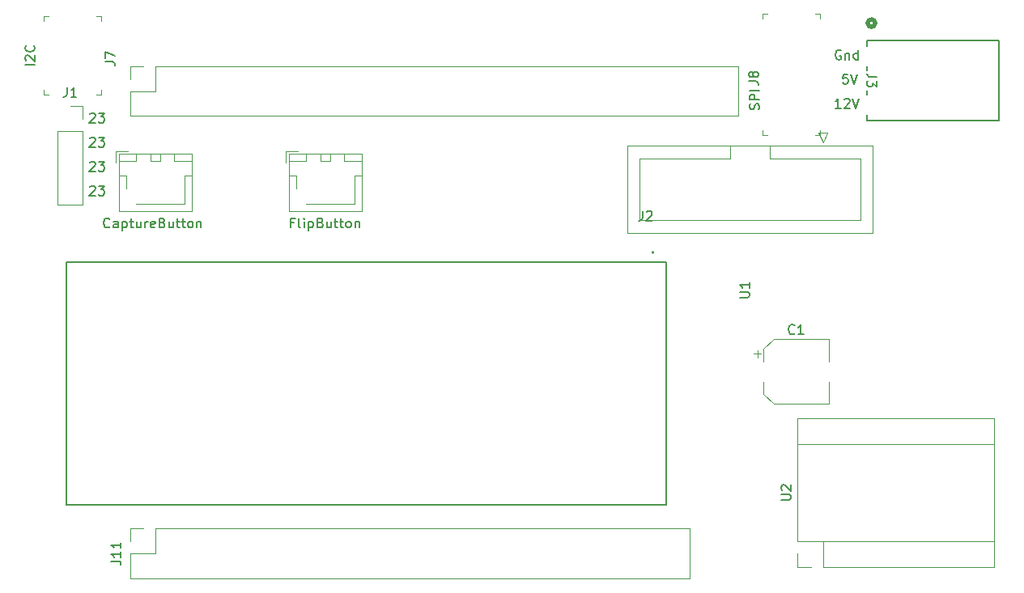
<source format=gbr>
%TF.GenerationSoftware,KiCad,Pcbnew,8.0.5*%
%TF.CreationDate,2024-10-09T10:19:28-04:00*%
%TF.ProjectId,Scout_Board,53636f75-745f-4426-9f61-72642e6b6963,rev?*%
%TF.SameCoordinates,Original*%
%TF.FileFunction,Legend,Top*%
%TF.FilePolarity,Positive*%
%FSLAX46Y46*%
G04 Gerber Fmt 4.6, Leading zero omitted, Abs format (unit mm)*
G04 Created by KiCad (PCBNEW 8.0.5) date 2024-10-09 10:19:28*
%MOMM*%
%LPD*%
G01*
G04 APERTURE LIST*
%ADD10C,0.150000*%
%ADD11C,0.120000*%
%ADD12C,0.100000*%
%ADD13C,0.152400*%
%ADD14C,0.508000*%
%ADD15C,0.127000*%
%ADD16C,0.200000*%
G04 APERTURE END LIST*
D10*
X172247160Y-145777057D02*
X172294779Y-145729438D01*
X172294779Y-145729438D02*
X172390017Y-145681819D01*
X172390017Y-145681819D02*
X172628112Y-145681819D01*
X172628112Y-145681819D02*
X172723350Y-145729438D01*
X172723350Y-145729438D02*
X172770969Y-145777057D01*
X172770969Y-145777057D02*
X172818588Y-145872295D01*
X172818588Y-145872295D02*
X172818588Y-145967533D01*
X172818588Y-145967533D02*
X172770969Y-146110390D01*
X172770969Y-146110390D02*
X172199541Y-146681819D01*
X172199541Y-146681819D02*
X172818588Y-146681819D01*
X173151922Y-145681819D02*
X173770969Y-145681819D01*
X173770969Y-145681819D02*
X173437636Y-146062771D01*
X173437636Y-146062771D02*
X173580493Y-146062771D01*
X173580493Y-146062771D02*
X173675731Y-146110390D01*
X173675731Y-146110390D02*
X173723350Y-146158009D01*
X173723350Y-146158009D02*
X173770969Y-146253247D01*
X173770969Y-146253247D02*
X173770969Y-146491342D01*
X173770969Y-146491342D02*
X173723350Y-146586580D01*
X173723350Y-146586580D02*
X173675731Y-146634200D01*
X173675731Y-146634200D02*
X173580493Y-146681819D01*
X173580493Y-146681819D02*
X173294779Y-146681819D01*
X173294779Y-146681819D02*
X173199541Y-146634200D01*
X173199541Y-146634200D02*
X173151922Y-146586580D01*
X251510969Y-133997819D02*
X251034779Y-133997819D01*
X251034779Y-133997819D02*
X250987160Y-134474009D01*
X250987160Y-134474009D02*
X251034779Y-134426390D01*
X251034779Y-134426390D02*
X251130017Y-134378771D01*
X251130017Y-134378771D02*
X251368112Y-134378771D01*
X251368112Y-134378771D02*
X251463350Y-134426390D01*
X251463350Y-134426390D02*
X251510969Y-134474009D01*
X251510969Y-134474009D02*
X251558588Y-134569247D01*
X251558588Y-134569247D02*
X251558588Y-134807342D01*
X251558588Y-134807342D02*
X251510969Y-134902580D01*
X251510969Y-134902580D02*
X251463350Y-134950200D01*
X251463350Y-134950200D02*
X251368112Y-134997819D01*
X251368112Y-134997819D02*
X251130017Y-134997819D01*
X251130017Y-134997819D02*
X251034779Y-134950200D01*
X251034779Y-134950200D02*
X250987160Y-134902580D01*
X251844303Y-133997819D02*
X252177636Y-134997819D01*
X252177636Y-134997819D02*
X252510969Y-133997819D01*
X250796588Y-131505438D02*
X250701350Y-131457819D01*
X250701350Y-131457819D02*
X250558493Y-131457819D01*
X250558493Y-131457819D02*
X250415636Y-131505438D01*
X250415636Y-131505438D02*
X250320398Y-131600676D01*
X250320398Y-131600676D02*
X250272779Y-131695914D01*
X250272779Y-131695914D02*
X250225160Y-131886390D01*
X250225160Y-131886390D02*
X250225160Y-132029247D01*
X250225160Y-132029247D02*
X250272779Y-132219723D01*
X250272779Y-132219723D02*
X250320398Y-132314961D01*
X250320398Y-132314961D02*
X250415636Y-132410200D01*
X250415636Y-132410200D02*
X250558493Y-132457819D01*
X250558493Y-132457819D02*
X250653731Y-132457819D01*
X250653731Y-132457819D02*
X250796588Y-132410200D01*
X250796588Y-132410200D02*
X250844207Y-132362580D01*
X250844207Y-132362580D02*
X250844207Y-132029247D01*
X250844207Y-132029247D02*
X250653731Y-132029247D01*
X251272779Y-131791152D02*
X251272779Y-132457819D01*
X251272779Y-131886390D02*
X251320398Y-131838771D01*
X251320398Y-131838771D02*
X251415636Y-131791152D01*
X251415636Y-131791152D02*
X251558493Y-131791152D01*
X251558493Y-131791152D02*
X251653731Y-131838771D01*
X251653731Y-131838771D02*
X251701350Y-131934009D01*
X251701350Y-131934009D02*
X251701350Y-132457819D01*
X252606112Y-132457819D02*
X252606112Y-131457819D01*
X252606112Y-132410200D02*
X252510874Y-132457819D01*
X252510874Y-132457819D02*
X252320398Y-132457819D01*
X252320398Y-132457819D02*
X252225160Y-132410200D01*
X252225160Y-132410200D02*
X252177541Y-132362580D01*
X252177541Y-132362580D02*
X252129922Y-132267342D01*
X252129922Y-132267342D02*
X252129922Y-131981628D01*
X252129922Y-131981628D02*
X252177541Y-131886390D01*
X252177541Y-131886390D02*
X252225160Y-131838771D01*
X252225160Y-131838771D02*
X252320398Y-131791152D01*
X252320398Y-131791152D02*
X252510874Y-131791152D01*
X252510874Y-131791152D02*
X252606112Y-131838771D01*
X172247160Y-140697057D02*
X172294779Y-140649438D01*
X172294779Y-140649438D02*
X172390017Y-140601819D01*
X172390017Y-140601819D02*
X172628112Y-140601819D01*
X172628112Y-140601819D02*
X172723350Y-140649438D01*
X172723350Y-140649438D02*
X172770969Y-140697057D01*
X172770969Y-140697057D02*
X172818588Y-140792295D01*
X172818588Y-140792295D02*
X172818588Y-140887533D01*
X172818588Y-140887533D02*
X172770969Y-141030390D01*
X172770969Y-141030390D02*
X172199541Y-141601819D01*
X172199541Y-141601819D02*
X172818588Y-141601819D01*
X173151922Y-140601819D02*
X173770969Y-140601819D01*
X173770969Y-140601819D02*
X173437636Y-140982771D01*
X173437636Y-140982771D02*
X173580493Y-140982771D01*
X173580493Y-140982771D02*
X173675731Y-141030390D01*
X173675731Y-141030390D02*
X173723350Y-141078009D01*
X173723350Y-141078009D02*
X173770969Y-141173247D01*
X173770969Y-141173247D02*
X173770969Y-141411342D01*
X173770969Y-141411342D02*
X173723350Y-141506580D01*
X173723350Y-141506580D02*
X173675731Y-141554200D01*
X173675731Y-141554200D02*
X173580493Y-141601819D01*
X173580493Y-141601819D02*
X173294779Y-141601819D01*
X173294779Y-141601819D02*
X173199541Y-141554200D01*
X173199541Y-141554200D02*
X173151922Y-141506580D01*
X172247160Y-138157057D02*
X172294779Y-138109438D01*
X172294779Y-138109438D02*
X172390017Y-138061819D01*
X172390017Y-138061819D02*
X172628112Y-138061819D01*
X172628112Y-138061819D02*
X172723350Y-138109438D01*
X172723350Y-138109438D02*
X172770969Y-138157057D01*
X172770969Y-138157057D02*
X172818588Y-138252295D01*
X172818588Y-138252295D02*
X172818588Y-138347533D01*
X172818588Y-138347533D02*
X172770969Y-138490390D01*
X172770969Y-138490390D02*
X172199541Y-139061819D01*
X172199541Y-139061819D02*
X172818588Y-139061819D01*
X173151922Y-138061819D02*
X173770969Y-138061819D01*
X173770969Y-138061819D02*
X173437636Y-138442771D01*
X173437636Y-138442771D02*
X173580493Y-138442771D01*
X173580493Y-138442771D02*
X173675731Y-138490390D01*
X173675731Y-138490390D02*
X173723350Y-138538009D01*
X173723350Y-138538009D02*
X173770969Y-138633247D01*
X173770969Y-138633247D02*
X173770969Y-138871342D01*
X173770969Y-138871342D02*
X173723350Y-138966580D01*
X173723350Y-138966580D02*
X173675731Y-139014200D01*
X173675731Y-139014200D02*
X173580493Y-139061819D01*
X173580493Y-139061819D02*
X173294779Y-139061819D01*
X173294779Y-139061819D02*
X173199541Y-139014200D01*
X173199541Y-139014200D02*
X173151922Y-138966580D01*
X250796588Y-137537819D02*
X250225160Y-137537819D01*
X250510874Y-137537819D02*
X250510874Y-136537819D01*
X250510874Y-136537819D02*
X250415636Y-136680676D01*
X250415636Y-136680676D02*
X250320398Y-136775914D01*
X250320398Y-136775914D02*
X250225160Y-136823533D01*
X251177541Y-136633057D02*
X251225160Y-136585438D01*
X251225160Y-136585438D02*
X251320398Y-136537819D01*
X251320398Y-136537819D02*
X251558493Y-136537819D01*
X251558493Y-136537819D02*
X251653731Y-136585438D01*
X251653731Y-136585438D02*
X251701350Y-136633057D01*
X251701350Y-136633057D02*
X251748969Y-136728295D01*
X251748969Y-136728295D02*
X251748969Y-136823533D01*
X251748969Y-136823533D02*
X251701350Y-136966390D01*
X251701350Y-136966390D02*
X251129922Y-137537819D01*
X251129922Y-137537819D02*
X251748969Y-137537819D01*
X252034684Y-136537819D02*
X252368017Y-137537819D01*
X252368017Y-137537819D02*
X252701350Y-136537819D01*
X172247160Y-143237057D02*
X172294779Y-143189438D01*
X172294779Y-143189438D02*
X172390017Y-143141819D01*
X172390017Y-143141819D02*
X172628112Y-143141819D01*
X172628112Y-143141819D02*
X172723350Y-143189438D01*
X172723350Y-143189438D02*
X172770969Y-143237057D01*
X172770969Y-143237057D02*
X172818588Y-143332295D01*
X172818588Y-143332295D02*
X172818588Y-143427533D01*
X172818588Y-143427533D02*
X172770969Y-143570390D01*
X172770969Y-143570390D02*
X172199541Y-144141819D01*
X172199541Y-144141819D02*
X172818588Y-144141819D01*
X173151922Y-143141819D02*
X173770969Y-143141819D01*
X173770969Y-143141819D02*
X173437636Y-143522771D01*
X173437636Y-143522771D02*
X173580493Y-143522771D01*
X173580493Y-143522771D02*
X173675731Y-143570390D01*
X173675731Y-143570390D02*
X173723350Y-143618009D01*
X173723350Y-143618009D02*
X173770969Y-143713247D01*
X173770969Y-143713247D02*
X173770969Y-143951342D01*
X173770969Y-143951342D02*
X173723350Y-144046580D01*
X173723350Y-144046580D02*
X173675731Y-144094200D01*
X173675731Y-144094200D02*
X173580493Y-144141819D01*
X173580493Y-144141819D02*
X173294779Y-144141819D01*
X173294779Y-144141819D02*
X173199541Y-144094200D01*
X173199541Y-144094200D02*
X173151922Y-144046580D01*
X169846666Y-135368819D02*
X169846666Y-136083104D01*
X169846666Y-136083104D02*
X169799047Y-136225961D01*
X169799047Y-136225961D02*
X169703809Y-136321200D01*
X169703809Y-136321200D02*
X169560952Y-136368819D01*
X169560952Y-136368819D02*
X169465714Y-136368819D01*
X170846666Y-136368819D02*
X170275238Y-136368819D01*
X170560952Y-136368819D02*
X170560952Y-135368819D01*
X170560952Y-135368819D02*
X170465714Y-135511676D01*
X170465714Y-135511676D02*
X170370476Y-135606914D01*
X170370476Y-135606914D02*
X170275238Y-135654533D01*
X230044666Y-148302819D02*
X230044666Y-149017104D01*
X230044666Y-149017104D02*
X229997047Y-149159961D01*
X229997047Y-149159961D02*
X229901809Y-149255200D01*
X229901809Y-149255200D02*
X229758952Y-149302819D01*
X229758952Y-149302819D02*
X229663714Y-149302819D01*
X230473238Y-148398057D02*
X230520857Y-148350438D01*
X230520857Y-148350438D02*
X230616095Y-148302819D01*
X230616095Y-148302819D02*
X230854190Y-148302819D01*
X230854190Y-148302819D02*
X230949428Y-148350438D01*
X230949428Y-148350438D02*
X230997047Y-148398057D01*
X230997047Y-148398057D02*
X231044666Y-148493295D01*
X231044666Y-148493295D02*
X231044666Y-148588533D01*
X231044666Y-148588533D02*
X230997047Y-148731390D01*
X230997047Y-148731390D02*
X230425619Y-149302819D01*
X230425619Y-149302819D02*
X231044666Y-149302819D01*
X244564819Y-178551904D02*
X245374342Y-178551904D01*
X245374342Y-178551904D02*
X245469580Y-178504285D01*
X245469580Y-178504285D02*
X245517200Y-178456666D01*
X245517200Y-178456666D02*
X245564819Y-178361428D01*
X245564819Y-178361428D02*
X245564819Y-178170952D01*
X245564819Y-178170952D02*
X245517200Y-178075714D01*
X245517200Y-178075714D02*
X245469580Y-178028095D01*
X245469580Y-178028095D02*
X245374342Y-177980476D01*
X245374342Y-177980476D02*
X244564819Y-177980476D01*
X244660057Y-177551904D02*
X244612438Y-177504285D01*
X244612438Y-177504285D02*
X244564819Y-177409047D01*
X244564819Y-177409047D02*
X244564819Y-177170952D01*
X244564819Y-177170952D02*
X244612438Y-177075714D01*
X244612438Y-177075714D02*
X244660057Y-177028095D01*
X244660057Y-177028095D02*
X244755295Y-176980476D01*
X244755295Y-176980476D02*
X244850533Y-176980476D01*
X244850533Y-176980476D02*
X244993390Y-177028095D01*
X244993390Y-177028095D02*
X245564819Y-177599523D01*
X245564819Y-177599523D02*
X245564819Y-176980476D01*
X173888819Y-132689333D02*
X174603104Y-132689333D01*
X174603104Y-132689333D02*
X174745961Y-132736952D01*
X174745961Y-132736952D02*
X174841200Y-132832190D01*
X174841200Y-132832190D02*
X174888819Y-132975047D01*
X174888819Y-132975047D02*
X174888819Y-133070285D01*
X173888819Y-132308380D02*
X173888819Y-131641714D01*
X173888819Y-131641714D02*
X174888819Y-132070285D01*
X166478819Y-133012189D02*
X165478819Y-133012189D01*
X165574057Y-132583618D02*
X165526438Y-132535999D01*
X165526438Y-132535999D02*
X165478819Y-132440761D01*
X165478819Y-132440761D02*
X165478819Y-132202666D01*
X165478819Y-132202666D02*
X165526438Y-132107428D01*
X165526438Y-132107428D02*
X165574057Y-132059809D01*
X165574057Y-132059809D02*
X165669295Y-132012190D01*
X165669295Y-132012190D02*
X165764533Y-132012190D01*
X165764533Y-132012190D02*
X165907390Y-132059809D01*
X165907390Y-132059809D02*
X166478819Y-132631237D01*
X166478819Y-132631237D02*
X166478819Y-132012190D01*
X166383580Y-131012190D02*
X166431200Y-131059809D01*
X166431200Y-131059809D02*
X166478819Y-131202666D01*
X166478819Y-131202666D02*
X166478819Y-131297904D01*
X166478819Y-131297904D02*
X166431200Y-131440761D01*
X166431200Y-131440761D02*
X166335961Y-131535999D01*
X166335961Y-131535999D02*
X166240723Y-131583618D01*
X166240723Y-131583618D02*
X166050247Y-131631237D01*
X166050247Y-131631237D02*
X165907390Y-131631237D01*
X165907390Y-131631237D02*
X165716914Y-131583618D01*
X165716914Y-131583618D02*
X165621676Y-131535999D01*
X165621676Y-131535999D02*
X165526438Y-131440761D01*
X165526438Y-131440761D02*
X165478819Y-131297904D01*
X165478819Y-131297904D02*
X165478819Y-131202666D01*
X165478819Y-131202666D02*
X165526438Y-131059809D01*
X165526438Y-131059809D02*
X165574057Y-131012190D01*
X254545180Y-134286666D02*
X253830895Y-134286666D01*
X253830895Y-134286666D02*
X253688038Y-134239047D01*
X253688038Y-134239047D02*
X253592800Y-134143809D01*
X253592800Y-134143809D02*
X253545180Y-134000952D01*
X253545180Y-134000952D02*
X253545180Y-133905714D01*
X254545180Y-134667619D02*
X254545180Y-135286666D01*
X254545180Y-135286666D02*
X254164228Y-134953333D01*
X254164228Y-134953333D02*
X254164228Y-135096190D01*
X254164228Y-135096190D02*
X254116609Y-135191428D01*
X254116609Y-135191428D02*
X254068990Y-135239047D01*
X254068990Y-135239047D02*
X253973752Y-135286666D01*
X253973752Y-135286666D02*
X253735657Y-135286666D01*
X253735657Y-135286666D02*
X253640419Y-135239047D01*
X253640419Y-135239047D02*
X253592800Y-135191428D01*
X253592800Y-135191428D02*
X253545180Y-135096190D01*
X253545180Y-135096190D02*
X253545180Y-134810476D01*
X253545180Y-134810476D02*
X253592800Y-134715238D01*
X253592800Y-134715238D02*
X253640419Y-134667619D01*
X174484819Y-184959523D02*
X175199104Y-184959523D01*
X175199104Y-184959523D02*
X175341961Y-185007142D01*
X175341961Y-185007142D02*
X175437200Y-185102380D01*
X175437200Y-185102380D02*
X175484819Y-185245237D01*
X175484819Y-185245237D02*
X175484819Y-185340475D01*
X175484819Y-183959523D02*
X175484819Y-184530951D01*
X175484819Y-184245237D02*
X174484819Y-184245237D01*
X174484819Y-184245237D02*
X174627676Y-184340475D01*
X174627676Y-184340475D02*
X174722914Y-184435713D01*
X174722914Y-184435713D02*
X174770533Y-184530951D01*
X175484819Y-183007142D02*
X175484819Y-183578570D01*
X175484819Y-183292856D02*
X174484819Y-183292856D01*
X174484819Y-183292856D02*
X174627676Y-183388094D01*
X174627676Y-183388094D02*
X174722914Y-183483332D01*
X174722914Y-183483332D02*
X174770533Y-183578570D01*
X174315998Y-149965580D02*
X174268379Y-150013200D01*
X174268379Y-150013200D02*
X174125522Y-150060819D01*
X174125522Y-150060819D02*
X174030284Y-150060819D01*
X174030284Y-150060819D02*
X173887427Y-150013200D01*
X173887427Y-150013200D02*
X173792189Y-149917961D01*
X173792189Y-149917961D02*
X173744570Y-149822723D01*
X173744570Y-149822723D02*
X173696951Y-149632247D01*
X173696951Y-149632247D02*
X173696951Y-149489390D01*
X173696951Y-149489390D02*
X173744570Y-149298914D01*
X173744570Y-149298914D02*
X173792189Y-149203676D01*
X173792189Y-149203676D02*
X173887427Y-149108438D01*
X173887427Y-149108438D02*
X174030284Y-149060819D01*
X174030284Y-149060819D02*
X174125522Y-149060819D01*
X174125522Y-149060819D02*
X174268379Y-149108438D01*
X174268379Y-149108438D02*
X174315998Y-149156057D01*
X175173141Y-150060819D02*
X175173141Y-149537009D01*
X175173141Y-149537009D02*
X175125522Y-149441771D01*
X175125522Y-149441771D02*
X175030284Y-149394152D01*
X175030284Y-149394152D02*
X174839808Y-149394152D01*
X174839808Y-149394152D02*
X174744570Y-149441771D01*
X175173141Y-150013200D02*
X175077903Y-150060819D01*
X175077903Y-150060819D02*
X174839808Y-150060819D01*
X174839808Y-150060819D02*
X174744570Y-150013200D01*
X174744570Y-150013200D02*
X174696951Y-149917961D01*
X174696951Y-149917961D02*
X174696951Y-149822723D01*
X174696951Y-149822723D02*
X174744570Y-149727485D01*
X174744570Y-149727485D02*
X174839808Y-149679866D01*
X174839808Y-149679866D02*
X175077903Y-149679866D01*
X175077903Y-149679866D02*
X175173141Y-149632247D01*
X175649332Y-149394152D02*
X175649332Y-150394152D01*
X175649332Y-149441771D02*
X175744570Y-149394152D01*
X175744570Y-149394152D02*
X175935046Y-149394152D01*
X175935046Y-149394152D02*
X176030284Y-149441771D01*
X176030284Y-149441771D02*
X176077903Y-149489390D01*
X176077903Y-149489390D02*
X176125522Y-149584628D01*
X176125522Y-149584628D02*
X176125522Y-149870342D01*
X176125522Y-149870342D02*
X176077903Y-149965580D01*
X176077903Y-149965580D02*
X176030284Y-150013200D01*
X176030284Y-150013200D02*
X175935046Y-150060819D01*
X175935046Y-150060819D02*
X175744570Y-150060819D01*
X175744570Y-150060819D02*
X175649332Y-150013200D01*
X176411237Y-149394152D02*
X176792189Y-149394152D01*
X176554094Y-149060819D02*
X176554094Y-149917961D01*
X176554094Y-149917961D02*
X176601713Y-150013200D01*
X176601713Y-150013200D02*
X176696951Y-150060819D01*
X176696951Y-150060819D02*
X176792189Y-150060819D01*
X177554094Y-149394152D02*
X177554094Y-150060819D01*
X177125523Y-149394152D02*
X177125523Y-149917961D01*
X177125523Y-149917961D02*
X177173142Y-150013200D01*
X177173142Y-150013200D02*
X177268380Y-150060819D01*
X177268380Y-150060819D02*
X177411237Y-150060819D01*
X177411237Y-150060819D02*
X177506475Y-150013200D01*
X177506475Y-150013200D02*
X177554094Y-149965580D01*
X178030285Y-150060819D02*
X178030285Y-149394152D01*
X178030285Y-149584628D02*
X178077904Y-149489390D01*
X178077904Y-149489390D02*
X178125523Y-149441771D01*
X178125523Y-149441771D02*
X178220761Y-149394152D01*
X178220761Y-149394152D02*
X178315999Y-149394152D01*
X179030285Y-150013200D02*
X178935047Y-150060819D01*
X178935047Y-150060819D02*
X178744571Y-150060819D01*
X178744571Y-150060819D02*
X178649333Y-150013200D01*
X178649333Y-150013200D02*
X178601714Y-149917961D01*
X178601714Y-149917961D02*
X178601714Y-149537009D01*
X178601714Y-149537009D02*
X178649333Y-149441771D01*
X178649333Y-149441771D02*
X178744571Y-149394152D01*
X178744571Y-149394152D02*
X178935047Y-149394152D01*
X178935047Y-149394152D02*
X179030285Y-149441771D01*
X179030285Y-149441771D02*
X179077904Y-149537009D01*
X179077904Y-149537009D02*
X179077904Y-149632247D01*
X179077904Y-149632247D02*
X178601714Y-149727485D01*
X179839809Y-149537009D02*
X179982666Y-149584628D01*
X179982666Y-149584628D02*
X180030285Y-149632247D01*
X180030285Y-149632247D02*
X180077904Y-149727485D01*
X180077904Y-149727485D02*
X180077904Y-149870342D01*
X180077904Y-149870342D02*
X180030285Y-149965580D01*
X180030285Y-149965580D02*
X179982666Y-150013200D01*
X179982666Y-150013200D02*
X179887428Y-150060819D01*
X179887428Y-150060819D02*
X179506476Y-150060819D01*
X179506476Y-150060819D02*
X179506476Y-149060819D01*
X179506476Y-149060819D02*
X179839809Y-149060819D01*
X179839809Y-149060819D02*
X179935047Y-149108438D01*
X179935047Y-149108438D02*
X179982666Y-149156057D01*
X179982666Y-149156057D02*
X180030285Y-149251295D01*
X180030285Y-149251295D02*
X180030285Y-149346533D01*
X180030285Y-149346533D02*
X179982666Y-149441771D01*
X179982666Y-149441771D02*
X179935047Y-149489390D01*
X179935047Y-149489390D02*
X179839809Y-149537009D01*
X179839809Y-149537009D02*
X179506476Y-149537009D01*
X180935047Y-149394152D02*
X180935047Y-150060819D01*
X180506476Y-149394152D02*
X180506476Y-149917961D01*
X180506476Y-149917961D02*
X180554095Y-150013200D01*
X180554095Y-150013200D02*
X180649333Y-150060819D01*
X180649333Y-150060819D02*
X180792190Y-150060819D01*
X180792190Y-150060819D02*
X180887428Y-150013200D01*
X180887428Y-150013200D02*
X180935047Y-149965580D01*
X181268381Y-149394152D02*
X181649333Y-149394152D01*
X181411238Y-149060819D02*
X181411238Y-149917961D01*
X181411238Y-149917961D02*
X181458857Y-150013200D01*
X181458857Y-150013200D02*
X181554095Y-150060819D01*
X181554095Y-150060819D02*
X181649333Y-150060819D01*
X181839810Y-149394152D02*
X182220762Y-149394152D01*
X181982667Y-149060819D02*
X181982667Y-149917961D01*
X181982667Y-149917961D02*
X182030286Y-150013200D01*
X182030286Y-150013200D02*
X182125524Y-150060819D01*
X182125524Y-150060819D02*
X182220762Y-150060819D01*
X182696953Y-150060819D02*
X182601715Y-150013200D01*
X182601715Y-150013200D02*
X182554096Y-149965580D01*
X182554096Y-149965580D02*
X182506477Y-149870342D01*
X182506477Y-149870342D02*
X182506477Y-149584628D01*
X182506477Y-149584628D02*
X182554096Y-149489390D01*
X182554096Y-149489390D02*
X182601715Y-149441771D01*
X182601715Y-149441771D02*
X182696953Y-149394152D01*
X182696953Y-149394152D02*
X182839810Y-149394152D01*
X182839810Y-149394152D02*
X182935048Y-149441771D01*
X182935048Y-149441771D02*
X182982667Y-149489390D01*
X182982667Y-149489390D02*
X183030286Y-149584628D01*
X183030286Y-149584628D02*
X183030286Y-149870342D01*
X183030286Y-149870342D02*
X182982667Y-149965580D01*
X182982667Y-149965580D02*
X182935048Y-150013200D01*
X182935048Y-150013200D02*
X182839810Y-150060819D01*
X182839810Y-150060819D02*
X182696953Y-150060819D01*
X183458858Y-149394152D02*
X183458858Y-150060819D01*
X183458858Y-149489390D02*
X183506477Y-149441771D01*
X183506477Y-149441771D02*
X183601715Y-149394152D01*
X183601715Y-149394152D02*
X183744572Y-149394152D01*
X183744572Y-149394152D02*
X183839810Y-149441771D01*
X183839810Y-149441771D02*
X183887429Y-149537009D01*
X183887429Y-149537009D02*
X183887429Y-150060819D01*
X241172819Y-134735333D02*
X241887104Y-134735333D01*
X241887104Y-134735333D02*
X242029961Y-134782952D01*
X242029961Y-134782952D02*
X242125200Y-134878190D01*
X242125200Y-134878190D02*
X242172819Y-135021047D01*
X242172819Y-135021047D02*
X242172819Y-135116285D01*
X241601390Y-134116285D02*
X241553771Y-134211523D01*
X241553771Y-134211523D02*
X241506152Y-134259142D01*
X241506152Y-134259142D02*
X241410914Y-134306761D01*
X241410914Y-134306761D02*
X241363295Y-134306761D01*
X241363295Y-134306761D02*
X241268057Y-134259142D01*
X241268057Y-134259142D02*
X241220438Y-134211523D01*
X241220438Y-134211523D02*
X241172819Y-134116285D01*
X241172819Y-134116285D02*
X241172819Y-133925809D01*
X241172819Y-133925809D02*
X241220438Y-133830571D01*
X241220438Y-133830571D02*
X241268057Y-133782952D01*
X241268057Y-133782952D02*
X241363295Y-133735333D01*
X241363295Y-133735333D02*
X241410914Y-133735333D01*
X241410914Y-133735333D02*
X241506152Y-133782952D01*
X241506152Y-133782952D02*
X241553771Y-133830571D01*
X241553771Y-133830571D02*
X241601390Y-133925809D01*
X241601390Y-133925809D02*
X241601390Y-134116285D01*
X241601390Y-134116285D02*
X241649009Y-134211523D01*
X241649009Y-134211523D02*
X241696628Y-134259142D01*
X241696628Y-134259142D02*
X241791866Y-134306761D01*
X241791866Y-134306761D02*
X241982342Y-134306761D01*
X241982342Y-134306761D02*
X242077580Y-134259142D01*
X242077580Y-134259142D02*
X242125200Y-134211523D01*
X242125200Y-134211523D02*
X242172819Y-134116285D01*
X242172819Y-134116285D02*
X242172819Y-133925809D01*
X242172819Y-133925809D02*
X242125200Y-133830571D01*
X242125200Y-133830571D02*
X242077580Y-133782952D01*
X242077580Y-133782952D02*
X241982342Y-133735333D01*
X241982342Y-133735333D02*
X241791866Y-133735333D01*
X241791866Y-133735333D02*
X241696628Y-133782952D01*
X241696628Y-133782952D02*
X241649009Y-133830571D01*
X241649009Y-133830571D02*
X241601390Y-133925809D01*
X242215200Y-137675808D02*
X242262819Y-137532951D01*
X242262819Y-137532951D02*
X242262819Y-137294856D01*
X242262819Y-137294856D02*
X242215200Y-137199618D01*
X242215200Y-137199618D02*
X242167580Y-137151999D01*
X242167580Y-137151999D02*
X242072342Y-137104380D01*
X242072342Y-137104380D02*
X241977104Y-137104380D01*
X241977104Y-137104380D02*
X241881866Y-137151999D01*
X241881866Y-137151999D02*
X241834247Y-137199618D01*
X241834247Y-137199618D02*
X241786628Y-137294856D01*
X241786628Y-137294856D02*
X241739009Y-137485332D01*
X241739009Y-137485332D02*
X241691390Y-137580570D01*
X241691390Y-137580570D02*
X241643771Y-137628189D01*
X241643771Y-137628189D02*
X241548533Y-137675808D01*
X241548533Y-137675808D02*
X241453295Y-137675808D01*
X241453295Y-137675808D02*
X241358057Y-137628189D01*
X241358057Y-137628189D02*
X241310438Y-137580570D01*
X241310438Y-137580570D02*
X241262819Y-137485332D01*
X241262819Y-137485332D02*
X241262819Y-137247237D01*
X241262819Y-137247237D02*
X241310438Y-137104380D01*
X242262819Y-136675808D02*
X241262819Y-136675808D01*
X241262819Y-136675808D02*
X241262819Y-136294856D01*
X241262819Y-136294856D02*
X241310438Y-136199618D01*
X241310438Y-136199618D02*
X241358057Y-136151999D01*
X241358057Y-136151999D02*
X241453295Y-136104380D01*
X241453295Y-136104380D02*
X241596152Y-136104380D01*
X241596152Y-136104380D02*
X241691390Y-136151999D01*
X241691390Y-136151999D02*
X241739009Y-136199618D01*
X241739009Y-136199618D02*
X241786628Y-136294856D01*
X241786628Y-136294856D02*
X241786628Y-136675808D01*
X242262819Y-135675808D02*
X241262819Y-135675808D01*
X193611904Y-149537009D02*
X193278571Y-149537009D01*
X193278571Y-150060819D02*
X193278571Y-149060819D01*
X193278571Y-149060819D02*
X193754761Y-149060819D01*
X194278571Y-150060819D02*
X194183333Y-150013200D01*
X194183333Y-150013200D02*
X194135714Y-149917961D01*
X194135714Y-149917961D02*
X194135714Y-149060819D01*
X194659524Y-150060819D02*
X194659524Y-149394152D01*
X194659524Y-149060819D02*
X194611905Y-149108438D01*
X194611905Y-149108438D02*
X194659524Y-149156057D01*
X194659524Y-149156057D02*
X194707143Y-149108438D01*
X194707143Y-149108438D02*
X194659524Y-149060819D01*
X194659524Y-149060819D02*
X194659524Y-149156057D01*
X195135714Y-149394152D02*
X195135714Y-150394152D01*
X195135714Y-149441771D02*
X195230952Y-149394152D01*
X195230952Y-149394152D02*
X195421428Y-149394152D01*
X195421428Y-149394152D02*
X195516666Y-149441771D01*
X195516666Y-149441771D02*
X195564285Y-149489390D01*
X195564285Y-149489390D02*
X195611904Y-149584628D01*
X195611904Y-149584628D02*
X195611904Y-149870342D01*
X195611904Y-149870342D02*
X195564285Y-149965580D01*
X195564285Y-149965580D02*
X195516666Y-150013200D01*
X195516666Y-150013200D02*
X195421428Y-150060819D01*
X195421428Y-150060819D02*
X195230952Y-150060819D01*
X195230952Y-150060819D02*
X195135714Y-150013200D01*
X196373809Y-149537009D02*
X196516666Y-149584628D01*
X196516666Y-149584628D02*
X196564285Y-149632247D01*
X196564285Y-149632247D02*
X196611904Y-149727485D01*
X196611904Y-149727485D02*
X196611904Y-149870342D01*
X196611904Y-149870342D02*
X196564285Y-149965580D01*
X196564285Y-149965580D02*
X196516666Y-150013200D01*
X196516666Y-150013200D02*
X196421428Y-150060819D01*
X196421428Y-150060819D02*
X196040476Y-150060819D01*
X196040476Y-150060819D02*
X196040476Y-149060819D01*
X196040476Y-149060819D02*
X196373809Y-149060819D01*
X196373809Y-149060819D02*
X196469047Y-149108438D01*
X196469047Y-149108438D02*
X196516666Y-149156057D01*
X196516666Y-149156057D02*
X196564285Y-149251295D01*
X196564285Y-149251295D02*
X196564285Y-149346533D01*
X196564285Y-149346533D02*
X196516666Y-149441771D01*
X196516666Y-149441771D02*
X196469047Y-149489390D01*
X196469047Y-149489390D02*
X196373809Y-149537009D01*
X196373809Y-149537009D02*
X196040476Y-149537009D01*
X197469047Y-149394152D02*
X197469047Y-150060819D01*
X197040476Y-149394152D02*
X197040476Y-149917961D01*
X197040476Y-149917961D02*
X197088095Y-150013200D01*
X197088095Y-150013200D02*
X197183333Y-150060819D01*
X197183333Y-150060819D02*
X197326190Y-150060819D01*
X197326190Y-150060819D02*
X197421428Y-150013200D01*
X197421428Y-150013200D02*
X197469047Y-149965580D01*
X197802381Y-149394152D02*
X198183333Y-149394152D01*
X197945238Y-149060819D02*
X197945238Y-149917961D01*
X197945238Y-149917961D02*
X197992857Y-150013200D01*
X197992857Y-150013200D02*
X198088095Y-150060819D01*
X198088095Y-150060819D02*
X198183333Y-150060819D01*
X198373810Y-149394152D02*
X198754762Y-149394152D01*
X198516667Y-149060819D02*
X198516667Y-149917961D01*
X198516667Y-149917961D02*
X198564286Y-150013200D01*
X198564286Y-150013200D02*
X198659524Y-150060819D01*
X198659524Y-150060819D02*
X198754762Y-150060819D01*
X199230953Y-150060819D02*
X199135715Y-150013200D01*
X199135715Y-150013200D02*
X199088096Y-149965580D01*
X199088096Y-149965580D02*
X199040477Y-149870342D01*
X199040477Y-149870342D02*
X199040477Y-149584628D01*
X199040477Y-149584628D02*
X199088096Y-149489390D01*
X199088096Y-149489390D02*
X199135715Y-149441771D01*
X199135715Y-149441771D02*
X199230953Y-149394152D01*
X199230953Y-149394152D02*
X199373810Y-149394152D01*
X199373810Y-149394152D02*
X199469048Y-149441771D01*
X199469048Y-149441771D02*
X199516667Y-149489390D01*
X199516667Y-149489390D02*
X199564286Y-149584628D01*
X199564286Y-149584628D02*
X199564286Y-149870342D01*
X199564286Y-149870342D02*
X199516667Y-149965580D01*
X199516667Y-149965580D02*
X199469048Y-150013200D01*
X199469048Y-150013200D02*
X199373810Y-150060819D01*
X199373810Y-150060819D02*
X199230953Y-150060819D01*
X199992858Y-149394152D02*
X199992858Y-150060819D01*
X199992858Y-149489390D02*
X200040477Y-149441771D01*
X200040477Y-149441771D02*
X200135715Y-149394152D01*
X200135715Y-149394152D02*
X200278572Y-149394152D01*
X200278572Y-149394152D02*
X200373810Y-149441771D01*
X200373810Y-149441771D02*
X200421429Y-149537009D01*
X200421429Y-149537009D02*
X200421429Y-150060819D01*
X240229819Y-157356904D02*
X241039342Y-157356904D01*
X241039342Y-157356904D02*
X241134580Y-157309285D01*
X241134580Y-157309285D02*
X241182200Y-157261666D01*
X241182200Y-157261666D02*
X241229819Y-157166428D01*
X241229819Y-157166428D02*
X241229819Y-156975952D01*
X241229819Y-156975952D02*
X241182200Y-156880714D01*
X241182200Y-156880714D02*
X241134580Y-156833095D01*
X241134580Y-156833095D02*
X241039342Y-156785476D01*
X241039342Y-156785476D02*
X240229819Y-156785476D01*
X241229819Y-155785476D02*
X241229819Y-156356904D01*
X241229819Y-156071190D02*
X240229819Y-156071190D01*
X240229819Y-156071190D02*
X240372676Y-156166428D01*
X240372676Y-156166428D02*
X240467914Y-156261666D01*
X240467914Y-156261666D02*
X240515533Y-156356904D01*
X245953333Y-161109580D02*
X245905714Y-161157200D01*
X245905714Y-161157200D02*
X245762857Y-161204819D01*
X245762857Y-161204819D02*
X245667619Y-161204819D01*
X245667619Y-161204819D02*
X245524762Y-161157200D01*
X245524762Y-161157200D02*
X245429524Y-161061961D01*
X245429524Y-161061961D02*
X245381905Y-160966723D01*
X245381905Y-160966723D02*
X245334286Y-160776247D01*
X245334286Y-160776247D02*
X245334286Y-160633390D01*
X245334286Y-160633390D02*
X245381905Y-160442914D01*
X245381905Y-160442914D02*
X245429524Y-160347676D01*
X245429524Y-160347676D02*
X245524762Y-160252438D01*
X245524762Y-160252438D02*
X245667619Y-160204819D01*
X245667619Y-160204819D02*
X245762857Y-160204819D01*
X245762857Y-160204819D02*
X245905714Y-160252438D01*
X245905714Y-160252438D02*
X245953333Y-160300057D01*
X246905714Y-161204819D02*
X246334286Y-161204819D01*
X246620000Y-161204819D02*
X246620000Y-160204819D01*
X246620000Y-160204819D02*
X246524762Y-160347676D01*
X246524762Y-160347676D02*
X246429524Y-160442914D01*
X246429524Y-160442914D02*
X246334286Y-160490533D01*
D11*
%TO.C,J1*%
X168850000Y-139954000D02*
X168850000Y-147634000D01*
X168850000Y-139954000D02*
X171510000Y-139954000D01*
X168850000Y-147634000D02*
X171510000Y-147634000D01*
X170180000Y-137354000D02*
X171510000Y-137354000D01*
X171510000Y-137354000D02*
X171510000Y-138684000D01*
X171510000Y-139954000D02*
X171510000Y-147634000D01*
%TO.C,J2*%
X228470000Y-141490000D02*
X254130000Y-141490000D01*
X228470000Y-150610000D02*
X228470000Y-141490000D01*
X229770000Y-142800000D02*
X239250000Y-142800000D01*
X229770000Y-149300000D02*
X229770000Y-142800000D01*
X239250000Y-142800000D02*
X239250000Y-141490000D01*
X239250000Y-142800000D02*
X239250000Y-142800000D01*
X243350000Y-141490000D02*
X243350000Y-142800000D01*
X243350000Y-142800000D02*
X252830000Y-142800000D01*
X248420000Y-140100000D02*
X248920000Y-141100000D01*
X248920000Y-141100000D02*
X249420000Y-140100000D01*
X249420000Y-140100000D02*
X248420000Y-140100000D01*
X252830000Y-142800000D02*
X252830000Y-149300000D01*
X252830000Y-149300000D02*
X229770000Y-149300000D01*
X254130000Y-141490000D02*
X254130000Y-150610000D01*
X254130000Y-150610000D02*
X228470000Y-150610000D01*
%TO.C,U2*%
X246250000Y-170040000D02*
X246250000Y-182870000D01*
X246250000Y-172710000D02*
X266830000Y-172710000D01*
X246250000Y-182870000D02*
X248920000Y-182870000D01*
X246250000Y-184140000D02*
X246250000Y-185540000D01*
X246250000Y-185540000D02*
X247650000Y-185540000D01*
X248920000Y-182870000D02*
X248920000Y-185540000D01*
X248920000Y-182870000D02*
X266830000Y-182870000D01*
X248920000Y-185540000D02*
X266830000Y-185540000D01*
X266830000Y-170040000D02*
X246250000Y-170040000D01*
X266830000Y-185540000D02*
X266830000Y-170040000D01*
D12*
%TO.C,J7*%
X167434000Y-127956000D02*
X167434000Y-128456000D01*
X167434000Y-127956000D02*
X167934000Y-127956000D01*
X167434000Y-136156000D02*
X167434000Y-135656000D01*
X167434000Y-136156000D02*
X167934000Y-136156000D01*
X173434000Y-127956000D02*
X172934000Y-127956000D01*
X173434000Y-127956000D02*
X173434000Y-128456000D01*
X173434000Y-136156000D02*
X172934000Y-136156000D01*
X173434000Y-136156000D02*
X173434000Y-135656000D01*
D13*
%TO.C,J3*%
X253492000Y-130429000D02*
X253492000Y-131024995D01*
X253492000Y-133135005D02*
X253492000Y-133564995D01*
X253492000Y-135675005D02*
X253492000Y-136104995D01*
X253492000Y-138215005D02*
X253492000Y-138811000D01*
X253492000Y-138811000D02*
X267335000Y-138811000D01*
X267335000Y-130429000D02*
X253492000Y-130429000D01*
X267335000Y-138811000D02*
X267335000Y-130429000D01*
D14*
X254381000Y-128651000D02*
G75*
G02*
X253619000Y-128651000I-381000J0D01*
G01*
X253619000Y-128651000D02*
G75*
G02*
X254381000Y-128651000I381000J0D01*
G01*
D11*
%TO.C,J11*%
X176470000Y-181550000D02*
X177800000Y-181550000D01*
X176470000Y-182880000D02*
X176470000Y-181550000D01*
X176470000Y-184150000D02*
X179070000Y-184150000D01*
X176470000Y-186750000D02*
X176470000Y-184150000D01*
X176470000Y-186750000D02*
X235010000Y-186750000D01*
X179070000Y-181550000D02*
X235010000Y-181550000D01*
X179070000Y-184150000D02*
X179070000Y-181550000D01*
X235010000Y-186750000D02*
X235010000Y-181550000D01*
%TO.C,Conn2*%
X174990000Y-142030000D02*
X174990000Y-143280000D01*
X175280000Y-142320000D02*
X175280000Y-148290000D01*
X175280000Y-148290000D02*
X182900000Y-148290000D01*
X175290000Y-142330000D02*
X175290000Y-143080000D01*
X175290000Y-143080000D02*
X177090000Y-143080000D01*
X175290000Y-144580000D02*
X176040000Y-144580000D01*
X176040000Y-144580000D02*
X176040000Y-145920000D01*
X176240000Y-142030000D02*
X174990000Y-142030000D01*
X177090000Y-142330000D02*
X175290000Y-142330000D01*
X177090000Y-143080000D02*
X177090000Y-142330000D01*
X178590000Y-142330000D02*
X178590000Y-143080000D01*
X178590000Y-143080000D02*
X179590000Y-143080000D01*
X179090000Y-147530000D02*
X177100000Y-147530000D01*
X179590000Y-142330000D02*
X178590000Y-142330000D01*
X179590000Y-143080000D02*
X179590000Y-142330000D01*
X181090000Y-142330000D02*
X181090000Y-143080000D01*
X181090000Y-143080000D02*
X182890000Y-143080000D01*
X182140000Y-144580000D02*
X182140000Y-147530000D01*
X182140000Y-147530000D02*
X179090000Y-147530000D01*
X182890000Y-142330000D02*
X181090000Y-142330000D01*
X182890000Y-143080000D02*
X182890000Y-142330000D01*
X182890000Y-144580000D02*
X182140000Y-144580000D01*
X182900000Y-142320000D02*
X175280000Y-142320000D01*
X182900000Y-148290000D02*
X182900000Y-142320000D01*
D12*
%TO.C,J8*%
X242618000Y-127702000D02*
X242618000Y-128202000D01*
X242618000Y-127702000D02*
X243118000Y-127702000D01*
X242618000Y-140402000D02*
X242618000Y-139902000D01*
X242618000Y-140402000D02*
X243118000Y-140402000D01*
X248618000Y-127702000D02*
X248118000Y-127702000D01*
X248618000Y-127702000D02*
X248618000Y-128202000D01*
X248618000Y-140402000D02*
X248118000Y-140402000D01*
X248618000Y-140402000D02*
X248618000Y-139902000D01*
D11*
%TO.C,Conn4*%
X192770000Y-142030000D02*
X192770000Y-143280000D01*
X193060000Y-142320000D02*
X193060000Y-148290000D01*
X193060000Y-148290000D02*
X200680000Y-148290000D01*
X193070000Y-142330000D02*
X193070000Y-143080000D01*
X193070000Y-143080000D02*
X194870000Y-143080000D01*
X193070000Y-144580000D02*
X193820000Y-144580000D01*
X193820000Y-144580000D02*
X193820000Y-145920000D01*
X194020000Y-142030000D02*
X192770000Y-142030000D01*
X194870000Y-142330000D02*
X193070000Y-142330000D01*
X194870000Y-143080000D02*
X194870000Y-142330000D01*
X196370000Y-142330000D02*
X196370000Y-143080000D01*
X196370000Y-143080000D02*
X197370000Y-143080000D01*
X196870000Y-147530000D02*
X194880000Y-147530000D01*
X197370000Y-142330000D02*
X196370000Y-142330000D01*
X197370000Y-143080000D02*
X197370000Y-142330000D01*
X198870000Y-142330000D02*
X198870000Y-143080000D01*
X198870000Y-143080000D02*
X200670000Y-143080000D01*
X199920000Y-144580000D02*
X199920000Y-147530000D01*
X199920000Y-147530000D02*
X196870000Y-147530000D01*
X200670000Y-142330000D02*
X198870000Y-142330000D01*
X200670000Y-143080000D02*
X200670000Y-142330000D01*
X200670000Y-144580000D02*
X199920000Y-144580000D01*
X200680000Y-142320000D02*
X193060000Y-142320000D01*
X200680000Y-148290000D02*
X200680000Y-142320000D01*
D15*
%TO.C,U1*%
X169800000Y-153670000D02*
X232540000Y-153670000D01*
X169800000Y-179070000D02*
X169800000Y-153670000D01*
X232540000Y-153670000D02*
X232540000Y-179070000D01*
X232540000Y-179070000D02*
X169800000Y-179070000D01*
D16*
X231242000Y-152654000D02*
G75*
G02*
X231042000Y-152654000I-100000J0D01*
G01*
X231042000Y-152654000D02*
G75*
G02*
X231242000Y-152654000I100000J0D01*
G01*
D11*
%TO.C,J10*%
X176470000Y-133170000D02*
X177800000Y-133170000D01*
X176470000Y-134500000D02*
X176470000Y-133170000D01*
X176470000Y-135770000D02*
X179070000Y-135770000D01*
X176470000Y-138370000D02*
X176470000Y-135770000D01*
X176470000Y-138370000D02*
X240090000Y-138370000D01*
X179070000Y-133170000D02*
X240090000Y-133170000D01*
X179070000Y-135770000D02*
X179070000Y-133170000D01*
X240090000Y-138370000D02*
X240090000Y-133170000D01*
%TO.C,C1*%
X241682500Y-163252500D02*
X242470000Y-163252500D01*
X242076250Y-162858750D02*
X242076250Y-163646250D01*
X242710000Y-162754437D02*
X242710000Y-164040000D01*
X242710000Y-162754437D02*
X243774437Y-161690000D01*
X242710000Y-167445563D02*
X242710000Y-166160000D01*
X242710000Y-167445563D02*
X243774437Y-168510000D01*
X243774437Y-161690000D02*
X249530000Y-161690000D01*
X243774437Y-168510000D02*
X249530000Y-168510000D01*
X249530000Y-161690000D02*
X249530000Y-164040000D01*
X249530000Y-168510000D02*
X249530000Y-166160000D01*
%TD*%
M02*

</source>
